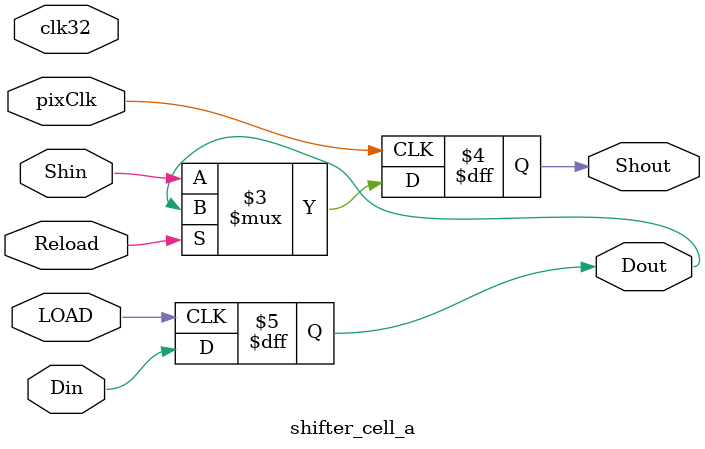
<source format=v>


module shifter_video_async (
    input clk32,
    input nReset,
    input pixClk,
    input DE,
    input LOAD,
    input [1:0] rez,
    input monocolor,
    input [15:0] DIN,
    output [3:0] color_index
);

// shift array

wire [15:0] shdout0, shdout1, shdout2, shdout3;
wire [15:0] shcout0, shcout1, shcout2, shcout3;
genvar i;
for(i=0; i<16; i=i+1) begin:sharray
    shifter_cell_a c3(clk32, pixClk, LOAD, Reload, (i == 0) ? shftCin3 : shcout3[i-1], shcout3[i], DIN[i], shdout3[i]);
    shifter_cell_a c2(clk32, pixClk, LOAD, Reload, (i == 0) ? shftCin2 : shcout2[i-1], shcout2[i], shdout3[i], shdout2[i]);
    shifter_cell_a c1(clk32, pixClk, LOAD, Reload, (i == 0) ? shftCin1 : shcout1[i-1], shcout1[i], shdout2[i], shdout1[i]);
    shifter_cell_a c0(clk32, pixClk, LOAD, Reload, (i == 0) ? shftCin0 : shcout0[i-1], shcout0[i], shdout1[i], shdout0[i]);
end

// shift array logic
wire notlow = rez[0] | rez[1];
wire shftCout3 = shcout3[15];
wire shftCout2 = shcout2[15];
wire shftCout1 = shcout1[15];
wire shftCout0 = shcout0[15];
wire shftCin3  = ~monocolor & rez[1];
wire shftCin2  = shftCout3 & rez[1] & notlow;
wire shftCin1  = (shftCout3 & ~rez[1] & notlow) | (shftCout2 & rez[1] & notlow);
wire shftCin0  = (shftCout2 & ~rez[1] & notlow) | (shftCout1 & rez[1] & notlow);
assign color_index = { shftCout3, shftCout2, shftCout1, shftCout0 };


// reload control
reg Reload;

reg load_d1;
always @(posedge LOAD, negedge DE) begin
	if (!DE) load_d1 <= 1'b0;
	else load_d1 <= 1'b1;
end

reg load_d2;
reg reload_delay_n;
always @(posedge pixClk, negedge nReset) begin
	if (!nReset) reload_delay_n <= 1'b0;
	else begin
		reload_delay_n <= ~Reload;
		load_d2 <= load_d1;
	end
end

reg pxCtrEn;
always @(negedge Reload, negedge nReset, posedge load_d2) begin
	if (!nReset) pxCtrEn <= 1'b0;
	else if (load_d2) pxCtrEn <= 1'b1;
	else pxCtrEn <= load_d2;
end

/* verilator lint_off UNOPTFLAT */
reg [3:0] rdelay;
always @(posedge LOAD, negedge reload_delay_n) begin
	if (!reload_delay_n) rdelay <= 4'b0;
	else rdelay <= { 1'b1, rdelay[3:1] };
end
/* verilator lint_on UNOPTFLAT */

reg [3:0] pixCntr;
always @(posedge pixClk, negedge rdelay[0]) begin
	if (!rdelay[0]) Reload <= 1'b0;
	else Reload <= &pixCntr;
end

always @(posedge pixClk) begin
	if (pxCtrEn) pixCntr <= pixCntr + 1'h1;
	else pixCntr <= 4'h4;
end

endmodule

////////////////////////////////

module shifter_cell_a (
    input clk32,
    input pixClk,
    input LOAD,
    input Reload,
    input Shin,
    output reg Shout,
    input Din,
    output reg Dout
);

always @(posedge LOAD) begin
	Dout <= Din;
end

always @(posedge pixClk) begin
	Shout <= Reload ? Dout : Shin;
end

endmodule

</source>
